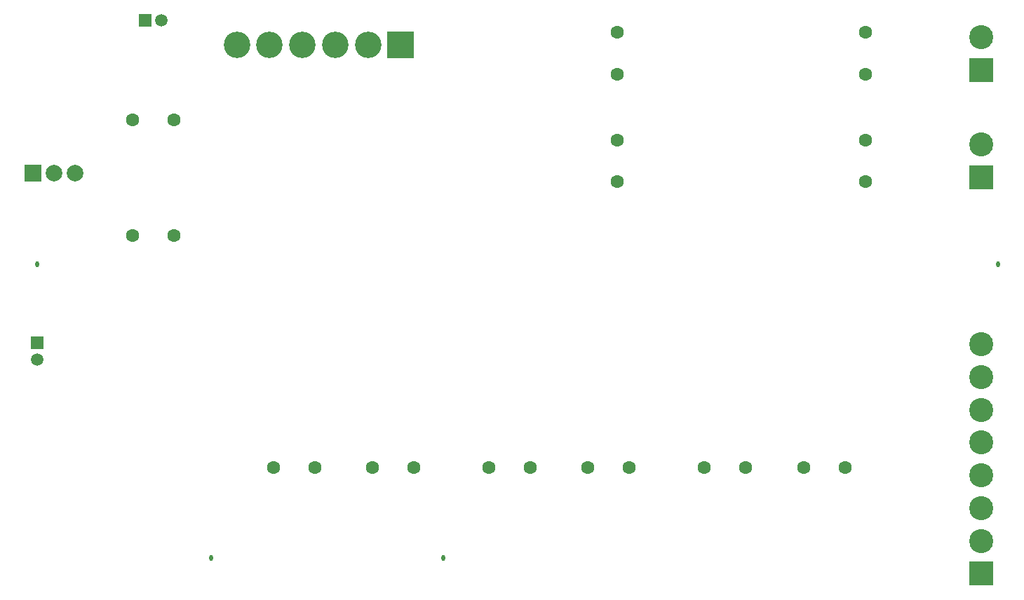
<source format=gbr>
%TF.GenerationSoftware,Altium Limited,Altium Designer,23.5.1 (21)*%
G04 Layer_Color=16711935*
%FSLAX45Y45*%
%MOMM*%
%TF.SameCoordinates,237DEE5C-C98C-4AD3-A281-37170FB057C8*%
%TF.FilePolarity,Negative*%
%TF.FileFunction,Soldermask,Bot*%
%TF.Part,Single*%
G01*
G75*
%TA.AperFunction,ComponentPad*%
%ADD58C,1.60000*%
%ADD59R,3.20320X3.20320*%
%ADD60C,3.20320*%
%ADD61R,2.90320X2.90320*%
%ADD62C,2.90320*%
%ADD63R,1.50320X1.50320*%
%ADD64C,1.50320*%
%ADD65R,1.50320X1.50320*%
%TA.AperFunction,WasherPad*%
%ADD66O,0.45320X0.72820*%
%TA.AperFunction,ComponentPad*%
%ADD67R,2.00320X2.00320*%
%ADD68C,2.00320*%
D58*
X8150000Y2700000D02*
D03*
X8650000D02*
D03*
X8500000Y7950000D02*
D03*
Y7450000D02*
D03*
Y6650000D02*
D03*
Y6150000D02*
D03*
X11500000D02*
D03*
Y6650000D02*
D03*
Y7450000D02*
D03*
Y7950000D02*
D03*
X3150000Y6900000D02*
D03*
X2650000D02*
D03*
X6950000Y2700000D02*
D03*
X7450000D02*
D03*
X11250000D02*
D03*
X10750000D02*
D03*
X9550000D02*
D03*
X10050000D02*
D03*
X6050000D02*
D03*
X5550000D02*
D03*
X4350000D02*
D03*
X4850000D02*
D03*
X3150000Y5500000D02*
D03*
X2650000D02*
D03*
D59*
X5890000Y7800000D02*
D03*
D60*
X5494000D02*
D03*
X5098000D02*
D03*
X4702000D02*
D03*
X4306000D02*
D03*
X3910000D02*
D03*
D61*
X12900000Y1413999D02*
D03*
Y7500000D02*
D03*
Y6202000D02*
D03*
D62*
Y1809999D02*
D03*
Y2206000D02*
D03*
Y2602000D02*
D03*
Y2998000D02*
D03*
Y3394000D02*
D03*
Y3790001D02*
D03*
Y4186001D02*
D03*
Y7896000D02*
D03*
Y6598000D02*
D03*
D63*
X1500000Y4200000D02*
D03*
D64*
Y4000000D02*
D03*
X3000000Y8100000D02*
D03*
D65*
X2800000D02*
D03*
D66*
X6400000Y1600000D02*
D03*
X13100000Y5150000D02*
D03*
X1500000D02*
D03*
X3600000Y1600000D02*
D03*
D67*
X1446000Y6250000D02*
D03*
D68*
X1700000D02*
D03*
X1954000D02*
D03*
%TF.MD5,8c53f10f3cdb5eaa32db83774a7c0eb7*%
M02*

</source>
